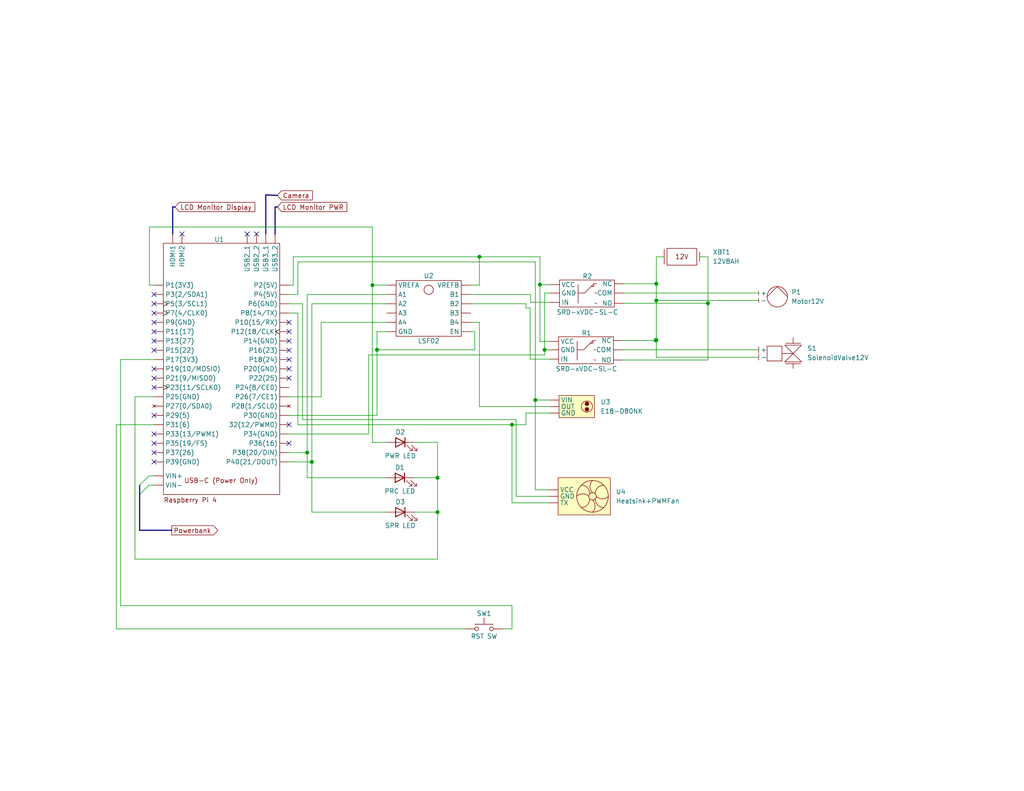
<source format=kicad_sch>
(kicad_sch (version 20211123) (generator eeschema)
  (paper "USLetter")
  (title_block (title "Map of Wirings") (date "2023-06-13") (rev "1.0") (company "There Goes Mangoes"))
  (lib_symbols
    (symbol "Battery Power and Management:12V8AH"
      (property "Reference" "XBT" (at 0 3.302 0))
      (property "Value" "12V8AH" (at 0 -3.556 0))
      (symbol "12V8AH_0_0"
        (polyline (pts (xy -4.826 2.032) (xy -4.826 -2.032)))
        (polyline (pts (xy 4.826 1.27) (xy 4.826 -1.27)))
        (text "12V" (at 0 0 0) (effects (font (size 1.27 1.27))))
      )
      (symbol "12V8AH_0_1"
        (rectangle (start -4.064 2.286) (end 4.064 -2.286))
      )
      (symbol "12V8AH_1_1"
        (pin power_out line (at 4.826 0 180) (length 0.635) hide (name "+") (number ""))
        (pin power_out line (at -4.826 0 0) (length 0.635) hide (name "-") (number ""))
      )
    )
    (symbol "Device:LED" (pin_numbers hide) (pin_names (offset 1.016) hide)
      (property "Reference" "D" (at 0 2.54 0))
      (property "Value" "LED" (at 0 -2.54 0))
      (symbol "LED_0_1"
        (polyline (pts (xy -1.27 -1.27) (xy -1.27 1.27)) (stroke (width 0.254)))
        (polyline (pts (xy -1.27 0) (xy 1.27 0)))
        (polyline (pts (xy 1.27 -1.27) (xy 1.27 1.27) (xy -1.27 0) (xy 1.27 -1.27)) (stroke (width 0.254)))
        (polyline (pts (xy -3.048 -0.762) (xy -4.572 -2.286) (xy -3.81 -2.286) (xy -4.572 -2.286) (xy -4.572 -1.524)))
        (polyline (pts (xy -1.778 -0.762) (xy -3.302 -2.286) (xy -2.54 -2.286) (xy -3.302 -2.286) (xy -3.302 -1.524)))
      )
      (symbol "LED_1_1"
        (pin passive line (at -3.81 0 0) (length 2.54) (name "K") (number "1"))
        (pin passive line (at 3.81 0 180) (length 2.54) (name "A") (number "2"))
      )
    )
    (symbol "Multilevel Voltage Converter:LSF02"
      (property "Reference" "U" (at 0 8.89 0))
      (property "Value" "LSF02" (at 0 0 90))
      (symbol "LSF02_0_1"
        (rectangle (start -8.89 7.62) (end 8.89 -7.62))
        (circle (center 0 5.08) (radius 1.27))
      )
      (symbol "LSF02_1_1"
        (pin bidirectional line (at -11.43 3.81 0) (length 2.54) (name "A1") (number ""))
        (pin bidirectional line (at -11.43 1.27 0) (length 2.54) (name "A2") (number ""))
        (pin bidirectional line (at -11.43 -1.27 0) (length 2.54) (name "A3") (number ""))
        (pin bidirectional line (at -11.43 -3.81 0) (length 2.54) (name "A4") (number ""))
        (pin bidirectional line (at 11.43 3.81 180) (length 2.54) (name "B1") (number ""))
        (pin bidirectional line (at 11.43 1.27 180) (length 2.54) (name "B2") (number ""))
        (pin bidirectional line (at 11.43 -1.27 180) (length 2.54) (name "B3") (number ""))
        (pin bidirectional line (at 11.43 -3.81 180) (length 2.54) (name "B4") (number ""))
        (pin power_in line (at 11.43 -6.35 180) (length 2.54) (name "EN") (number ""))
        (pin power_in line (at -11.43 -6.35 0) (length 2.54) (name "GND") (number ""))
        (pin power_in line (at -11.43 6.35 0) (length 2.54) (name "VREFA") (number ""))
        (pin power_in line (at 11.43 6.35 180) (length 2.54) (name "VREFB") (number ""))
      )
    )
    (symbol "Raspberry Pi 4:RPi4_Objective"
      (property "Reference" "U" (at 0 31.496 0))
      (symbol "RPi4_Objective_0_0"
        (text "Raspberry Pi 4" (at -7.874 -39.624 0) (effects (font (size 1.27 1.27))))
        (text "USB-C (Power Only)" (at 0.508 -34.29 0) (effects (font (size 1.27 1.27))))
      )
      (symbol "RPi4_Objective_0_1"
        (rectangle (start -15.24 30.48) (end 16.51 -38.1))
      )
      (symbol "RPi4_Objective_1_1"
        (pin bidirectional line (at 19.05 -19.05 180) (length 2.54) (name "32(12/PWM0)") (number ""))
        (pin output line (at -12.7 33.02 270) (length 2.54) (name "HDMI1") (number ""))
        (pin output line (at -10.16 33.02 270) (length 2.54) (name "HDMI2") (number ""))
        (pin power_out line (at -17.78 19.05 0) (length 2.54) (name "P1(3V3)") (number ""))
        (pin bidirectional line (at 19.05 8.89 180) (length 2.54) (name "P10(15/RX)") (number ""))
        (pin bidirectional line (at -17.78 6.35 0) (length 2.54) (name "P11(17)") (number ""))
        (pin bidirectional clock (at 19.05 6.35 180) (length 2.54) (name "P12(18/CLK)") (number ""))
        (pin bidirectional line (at -17.78 3.81 0) (length 2.54) (name "P13(27)") (number ""))
        (pin power_out line (at 19.05 3.81 180) (length 2.54) (name "P14(GND)") (number ""))
        (pin bidirectional line (at -17.78 1.27 0) (length 2.54) (name "P15(22)") (number ""))
        (pin bidirectional line (at 19.05 1.27 180) (length 2.54) (name "P16(23)") (number ""))
        (pin power_out line (at -17.78 -1.27 0) (length 2.54) (name "P17(3V3)") (number ""))
        (pin bidirectional line (at 19.05 -1.27 180) (length 2.54) (name "P18(24)") (number ""))
        (pin bidirectional line (at -17.78 -3.81 0) (length 2.54) (name "P19(10/MOSI0)") (number ""))
        (pin power_out line (at 19.05 19.05 180) (length 2.54) (name "P2(5V)") (number ""))
        (pin power_out line (at 19.05 -3.81 180) (length 2.54) (name "P20(GND)") (number ""))
        (pin bidirectional line (at -17.78 -6.35 0) (length 2.54) (name "P21(9/MISO0)") (number ""))
        (pin bidirectional line (at 19.05 -6.35 180) (length 2.54) (name "P22(25)") (number ""))
        (pin bidirectional clock (at -17.78 -8.89 0) (length 2.54) (name "P23(11/SCLK0)") (number ""))
        (pin bidirectional line (at 19.05 -8.89 180) (length 2.54) (name "P24(8/CE0)") (number ""))
        (pin power_out line (at -17.78 -11.43 0) (length 2.54) (name "P25(GND)") (number ""))
        (pin bidirectional line (at 19.05 -11.43 180) (length 2.54) (name "P26(7/CE1)") (number ""))
        (pin no_connect line (at -17.78 -13.97 0) (length 2.54) (name "P27(0/SDA0)") (number ""))
        (pin no_connect line (at 19.05 -13.97 180) (length 2.54) (name "P28(1/SCL0)") (number ""))
        (pin bidirectional line (at -17.78 -16.51 0) (length 2.54) (name "P29(5)") (number ""))
        (pin bidirectional line (at -17.78 16.51 0) (length 2.54) (name "P3(2/SDA1)") (number ""))
        (pin power_out line (at 19.05 -16.51 180) (length 2.54) (name "P30(GND)") (number ""))
        (pin bidirectional line (at -17.78 -19.05 0) (length 2.54) (name "P31(6)") (number ""))
        (pin bidirectional line (at -17.78 -21.59 0) (length 2.54) (name "P33(13/PWM1)") (number ""))
        (pin power_out line (at 19.05 -21.59 180) (length 2.54) (name "P34(GND)") (number ""))
        (pin bidirectional line (at -17.78 -24.13 0) (length 2.54) (name "P35(19/FS)") (number ""))
        (pin bidirectional line (at 19.05 -24.13 180) (length 2.54) (name "P36(16)") (number ""))
        (pin bidirectional line (at -17.78 -26.67 0) (length 2.54) (name "P37(26)") (number ""))
        (pin bidirectional line (at 19.05 -26.67 180) (length 2.54) (name "P38(20/DIN)") (number ""))
        (pin power_out line (at -17.78 -29.21 0) (length 2.54) (name "P39(GND)") (number ""))
        (pin power_out line (at 19.05 16.51 180) (length 2.54) (name "P4(5V)") (number ""))
        (pin bidirectional line (at 19.05 -29.21 180) (length 2.54) (name "P40(21/DOUT)") (number ""))
        (pin bidirectional clock (at -17.78 13.97 0) (length 2.54) (name "P5(3/SCL1)") (number ""))
        (pin power_out line (at 19.05 13.97 180) (length 2.54) (name "P6(GND)") (number ""))
        (pin bidirectional clock (at -17.78 11.43 0) (length 2.54) (name "P7(4/CLK0)") (number ""))
        (pin bidirectional line (at 19.05 11.43 180) (length 2.54) (name "P8(14/TX)") (number ""))
        (pin power_out line (at -17.78 8.89 0) (length 2.54) (name "P9(GND)") (number ""))
        (pin output line (at 7.62 33.02 270) (length 2.54) (name "USB2_1") (number ""))
        (pin output line (at 10.16 33.02 270) (length 2.54) (name "USB2_2") (number ""))
        (pin output line (at 12.7 33.02 270) (length 2.54) (name "USB3_1") (number ""))
        (pin output line (at 15.24 33.02 270) (length 2.54) (name "USB3_2") (number ""))
        (pin power_in line (at -17.78 -33.02 0) (length 2.54) (name "VIN+") (number ""))
        (pin power_in line (at -17.78 -35.56 0) (length 2.54) (name "VIN-") (number ""))
      )
    )
    (symbol "Sensors and Others:E18-D80NK"
      (property "Reference" "U" (at 0 4.064 0))
      (property "Value" "E18-D80NK" (at 0 -4.572 0))
      (symbol "E18-D80NK_0_1"
        (rectangle (start -5.08 3.048) (end 4.572 -3.048) (fill (type background)))
        (circle (center 2.54 -0.762) (radius 0.508) (fill (type outline)))
        (circle (center 2.54 0) (radius 1.524))
        (circle (center 2.54 0.762) (radius 0.508) (fill (type outline)))
      )
      (symbol "E18-D80NK_1_1"
        (pin power_in line (at -7.62 -1.778 0) (length 2.54) (name "GND") (number ""))
        (pin output line (at -7.62 0 0) (length 2.54) (name "OUT") (number ""))
        (pin power_in line (at -7.62 1.778 0) (length 2.54) (name "VIN") (number ""))
      )
    )
    (symbol "Sensors and Others:Heatsink+PWMFan"
      (property "Reference" "U" (at 0 6.096 0))
      (property "Value" "Heatsink+PWMFan" (at -0.254 -6.35 0))
      (symbol "Heatsink+PWMFan_0_1"
        (rectangle (start -6.858 5.08) (end 7.366 -5.08) (fill (type background)))
        (arc (start -0.508 -3.048) (mid 1.1084 -2.3784) (end 1.778 -0.762))
        (arc (start 1.524 0) (mid -0.127 3.9859) (end -1.778 0))
        (arc (start 1.778 0.762) (mid 3.3944 4.6644) (end -0.508 3.048))
        (arc (start 2.54 -4.318) (mid 3.2233 -2.667) (end 2.54 -1.016))
        (circle (center 2.54 0) (radius 1.016))
        (circle (center 2.54 0) (radius 4.318))
        (arc (start 2.54 4.318) (mid 1.8567 2.667) (end 2.54 1.016))
        (arc (start 3.302 -0.762) (mid 1.6789 -4.6711) (end 5.588 -3.048))
        (arc (start 3.556 0) (mid 5.207 -3.9859) (end 6.858 0))
        (arc (start 5.588 3.048) (mid 3.9811 2.3689) (end 3.302 0.762))
      )
      (symbol "Heatsink+PWMFan_1_1"
        (pin power_in line (at -9.398 0 0) (length 2.54) (name "GND") (number ""))
        (pin input line (at -9.398 -1.778 0) (length 2.54) (name "TX") (number ""))
        (pin power_in line (at -9.398 1.778 0) (length 2.54) (name "VCC") (number ""))
      )
    )
    (symbol "Sensors and Others:Motor12V"
      (property "Reference" "P" (at 0 3.81 0))
      (property "Value" "Motor12V" (at 0 -4.064 0))
      (symbol "Motor12V_0_1"
        (polyline (pts (xy -5.08 -0.508) (xy -5.08 -1.524)))
        (polyline (pts (xy -5.08 1.524) (xy -5.08 0.508)))
        (polyline (pts (xy -2.794 0) (xy 0 2.794) (xy 2.794 0)))
        (circle (center 0 0) (radius 2.794))
      )
      (symbol "Motor12V_1_1"
        (pin power_in line (at -5.08 1.016 0) (length 0) (name "+") (number ""))
        (pin power_in line (at -5.08 -1.016 0) (length 0) (name "-") (number ""))
      )
    )
    (symbol "Sensors and Others:SRD-xVDC-SL-C"
      (property "Reference" "R" (at 0.508 4.572 0))
      (property "Value" "SRD-xVDC-SL-C" (at 0 -5.334 0))
      (symbol "SRD-xVDC-SL-C_0_1"
        (polyline (pts (xy -2.54 2.286) (xy -2.54 -2.794)))
        (polyline (pts (xy 2.032 -2.794) (xy 2.54 -2.794)))
        (polyline (pts (xy 2.032 0) (xy 2.54 0)))
        (polyline (pts (xy 2.032 2.54) (xy 2.54 2.54)))
        (polyline (pts (xy -2.54 0) (xy -0.762 0) (xy 1.778 2.54)))
        (polyline (pts (xy 1.778 2.54) (xy 1.778 1.778) (xy 1.016 1.778) (xy 1.27 1.778)))
        (rectangle (start 7.366 3.556) (end -7.62 -3.81))
      )
      (symbol "SRD-xVDC-SL-C_1_1"
        (pin input line (at 9.906 0 180) (length 2.54) (name "COM") (number ""))
        (pin power_in line (at -10.16 0 0) (length 2.54) (name "GND") (number ""))
        (pin input line (at -10.16 -2.54 0) (length 2.54) (name "IN") (number ""))
        (pin free line (at 9.906 2.54 180) (length 2.54) (name "NC") (number ""))
        (pin free line (at 9.906 -2.794 180) (length 2.54) (name "NO") (number ""))
        (pin power_in line (at -10.16 2.286 0) (length 2.54) (name "VCC") (number ""))
      )
    )
    (symbol "Sensors and Others:SolenoidValve12V"
      (property "Reference" "S" (at 0 2.54 0))
      (property "Value" "SolenoidValve12V" (at 0.254 -6.096 0))
      (symbol "SolenoidValve12V_0_1"
        (rectangle (start -2.032 4.572) (end 2.032 0.508))
        (polyline (pts (xy -2.794 -2.54) (xy -4.064 -2.54)))
        (polyline (pts (xy -2.794 -0.508) (xy -2.794 -4.572)))
        (polyline (pts (xy -1.778 6.858) (xy -0.254 6.858)))
        (polyline (pts (xy 0 0.508) (xy 0 -2.54)))
        (polyline (pts (xy 0.254 6.858) (xy 1.778 6.858)))
        (polyline (pts (xy 2.794 -2.54) (xy 4.318 -2.54)))
        (polyline (pts (xy 2.794 -0.508) (xy 2.794 -4.572)))
        (polyline (pts (xy -2.286 -0.254) (xy 0 -2.54) (xy 2.286 -0.254) (xy 2.286 -4.826) (xy 0 -2.54) (xy -2.286 -4.826) (xy -2.286 -0.254)))
      )
      (symbol "SolenoidValve12V_1_1"
        (pin power_in line (at 1.016 6.858 270) (length 0) (name "+") (number ""))
        (pin power_in line (at -1.016 6.858 270) (length 0) (name "-") (number ""))
      )
    )
    (symbol "Switch:SW_Push" (pin_numbers hide) (pin_names (offset 1.016) hide)
      (property "Reference" "SW" (at 1.27 2.54 0))
      (property "Value" "SW_Push" (at 0 -1.524 0))
      (symbol "SW_Push_0_1"
        (circle (center -2.032 0) (radius 0.508))
        (polyline (pts (xy 0 1.27) (xy 0 3.048)))
        (polyline (pts (xy 2.54 1.27) (xy -2.54 1.27)))
        (circle (center 2.032 0) (radius 0.508))
        (pin passive line (at -5.08 0 0) (length 2.54) (name "1") (number "1"))
        (pin passive line (at 5.08 0 180) (length 2.54) (name "2") (number "2"))
      )
    )
  )
  (junction (at 179.07 77.47))
  (junction (at 179.07 92.837))
  (junction (at 139.7 115.951))
  (junction (at 102.87 95.504))
  (junction (at 193.167 82.804))
  (junction (at 148.59 95.504))
  (junction (at 147.32 77.724))
  (junction (at 85.09 126.111))
  (junction (at 178.943 92.964))
  (junction (at 179.07 82.042))
  (junction (at 101.6 77.851))
  (junction (at 119.38 139.827))
  (junction (at 146.05 109.22))
  (junction (at 119.38 130.429))
  (junction (at 178.943 92.837))
  (junction (at 130.81 70.104))
  (junction (at 83.82 123.571))
  (no_connect (at 78.867 98.171))
  (no_connect (at 42.037 105.791))
  (no_connect (at 78.867 103.251))
  (no_connect (at 49.657 63.881))
  (no_connect (at 42.037 82.931))
  (no_connect (at 42.037 85.471))
  (no_connect (at 42.037 88.011))
  (no_connect (at 42.037 121.031))
  (no_connect (at 42.037 80.391))
  (no_connect (at 42.037 95.631))
  (no_connect (at 42.037 100.711))
  (no_connect (at 78.867 100.711))
  (no_connect (at 78.867 115.951))
  (no_connect (at 42.037 118.491))
  (no_connect (at 42.037 90.551))
  (no_connect (at 42.037 126.111))
  (no_connect (at 78.867 95.631))
  (no_connect (at 69.977 63.881))
  (no_connect (at 78.867 88.011))
  (no_connect (at 78.867 90.551))
  (no_connect (at 42.037 113.411))
  (no_connect (at 42.037 103.251))
  (no_connect (at 42.037 123.571))
  (no_connect (at 78.867 121.031))
  (no_connect (at 78.867 93.091))
  (no_connect (at 42.037 93.091))
  (no_connect (at 67.437 63.881))
  (bus_entry (at 40.64 132.461) (size -2.54 2.54))
  (bus_entry (at 40.64 129.921) (size -2.54 2.54))
  (wire (pts (xy 139.7 165.354) (xy 139.7 171.704)))
  (wire (pts (xy 150.114 80.01) (xy 148.59 80.01)))
  (wire (pts (xy 179.07 70.104) (xy 179.07 77.47)))
  (wire (pts (xy 207.01 82.042) (xy 179.07 82.042)))
  (wire (pts (xy 40.64 129.921) (xy 42.037 129.921)))
  (wire (pts (xy 130.81 88.011) (xy 130.81 110.998)))
  (wire (pts (xy 143.51 84.074) (xy 144.653 84.074)))
  (wire (pts (xy 149.86 93.218) (xy 147.32 93.218)))
  (wire (pts (xy 80.01 70.104) (xy 130.81 70.104)))
  (bus (pts (xy 75.057 56.515) (xy 75.692 56.515)))
  (wire (pts (xy 143.51 115.951) (xy 139.7 115.951)))
  (wire (pts (xy 105.537 80.391) (xy 83.82 80.391)))
  (wire (pts (xy 179.07 77.47) (xy 179.07 82.042)))
  (wire (pts (xy 129.54 95.504) (xy 102.87 95.504)))
  (wire (pts (xy 144.78 82.55) (xy 150.114 82.55)))
  (wire (pts (xy 36.83 152.654) (xy 36.83 108.331)))
  (wire (pts (xy 144.78 80.391) (xy 144.78 82.55)))
  (wire (pts (xy 178.943 92.837) (xy 179.07 92.837)))
  (wire (pts (xy 83.82 80.391) (xy 83.82 123.571)))
  (wire (pts (xy 78.867 113.411) (xy 102.87 113.411)))
  (wire (pts (xy 81.28 115.951) (xy 81.28 85.471)))
  (wire (pts (xy 139.7 137.287) (xy 139.7 115.951)))
  (wire (pts (xy 32.893 98.171) (xy 32.893 165.354)))
  (wire (pts (xy 101.6 61.976) (xy 101.6 77.851)))
  (wire (pts (xy 140.843 114.554) (xy 140.843 135.509)))
  (wire (pts (xy 169.926 92.964) (xy 178.943 92.964)))
  (bus (pts (xy 72.517 53.213) (xy 72.517 63.754)))
  (wire (pts (xy 179.07 92.837) (xy 179.07 97.536)))
  (wire (pts (xy 181.229 70.104) (xy 179.07 70.104)))
  (wire (pts (xy 193.167 98.298) (xy 193.167 82.804)))
  (wire (pts (xy 130.81 77.851) (xy 130.81 70.104)))
  (bus (pts (xy 47.117 56.515) (xy 47.752 56.515)))
  (wire (pts (xy 128.397 77.851) (xy 130.81 77.851)))
  (wire (pts (xy 100.584 96.901) (xy 148.59 96.901)))
  (wire (pts (xy 140.843 135.509) (xy 149.733 135.509)))
  (wire (pts (xy 113.03 120.777) (xy 119.38 120.777)))
  (wire (pts (xy 149.733 137.287) (xy 139.7 137.287)))
  (wire (pts (xy 31.75 115.951) (xy 42.037 115.951)))
  (wire (pts (xy 100.584 118.491) (xy 100.584 96.901)))
  (wire (pts (xy 147.32 70.104) (xy 147.32 77.724)))
  (wire (pts (xy 178.943 92.964) (xy 178.943 92.837)))
  (wire (pts (xy 105.283 130.429) (xy 83.82 130.429)))
  (wire (pts (xy 78.867 118.491) (xy 100.584 118.491)))
  (wire (pts (xy 40.767 61.976) (xy 101.6 61.976)))
  (wire (pts (xy 32.893 165.354) (xy 139.7 165.354)))
  (wire (pts (xy 146.05 71.501) (xy 146.05 109.22)))
  (wire (pts (xy 148.59 96.901) (xy 148.59 95.504)))
  (wire (pts (xy 83.82 123.571) (xy 83.82 130.429)))
  (wire (pts (xy 128.397 90.551) (xy 129.54 90.551)))
  (wire (pts (xy 193.167 70.104) (xy 190.881 70.104)))
  (wire (pts (xy 82.55 114.554) (xy 140.843 114.554)))
  (wire (pts (xy 81.28 85.471) (xy 78.867 85.471)))
  (wire (pts (xy 85.09 82.931) (xy 85.09 126.111)))
  (bus (pts (xy 38.1 144.78) (xy 46.863 144.78)))
  (wire (pts (xy 42.037 98.171) (xy 32.893 98.171)))
  (wire (pts (xy 130.81 70.104) (xy 147.32 70.104)))
  (wire (pts (xy 78.867 80.391) (xy 81.28 80.391)))
  (wire (pts (xy 147.32 77.724) (xy 150.114 77.724)))
  (wire (pts (xy 139.7 171.704) (xy 137.16 171.704)))
  (wire (pts (xy 147.32 93.218) (xy 147.32 77.724)))
  (wire (pts (xy 128.397 80.391) (xy 144.78 80.391)))
  (wire (pts (xy 193.167 82.804) (xy 193.167 70.104)))
  (wire (pts (xy 81.28 80.391) (xy 81.28 71.501)))
  (wire (pts (xy 179.07 82.042) (xy 179.07 92.837)))
  (wire (pts (xy 42.037 77.851) (xy 40.767 77.851)))
  (wire (pts (xy 207.01 97.536) (xy 179.07 97.536)))
  (wire (pts (xy 148.59 80.01) (xy 148.59 95.504)))
  (wire (pts (xy 170.18 80.01) (xy 207.01 80.01)))
  (wire (pts (xy 113.03 139.827) (xy 119.38 139.827)))
  (wire (pts (xy 82.55 82.931) (xy 82.55 114.554)))
  (wire (pts (xy 127 171.704) (xy 31.75 171.704)))
  (wire (pts (xy 128.397 82.931) (xy 143.51 82.931)))
  (wire (pts (xy 78.867 82.931) (xy 82.55 82.931)))
  (wire (pts (xy 144.653 98.044) (xy 149.86 98.044)))
  (wire (pts (xy 87.63 88.011) (xy 105.537 88.011)))
  (wire (pts (xy 148.59 95.504) (xy 149.86 95.504)))
  (bus (pts (xy 75.692 53.34) (xy 72.517 53.213)))
  (wire (pts (xy 130.81 110.998) (xy 149.987 110.998)))
  (wire (pts (xy 80.01 77.851) (xy 80.01 70.104)))
  (wire (pts (xy 139.7 115.951) (xy 81.28 115.951)))
  (wire (pts (xy 170.18 77.47) (xy 179.07 77.47)))
  (wire (pts (xy 129.54 90.551) (xy 129.54 95.504)))
  (wire (pts (xy 81.28 71.501) (xy 146.05 71.501)))
  (wire (pts (xy 105.537 77.851) (xy 101.6 77.851)))
  (wire (pts (xy 101.6 77.851) (xy 101.6 120.777)))
  (bus (pts (xy 38.1 132.461) (xy 38.1 135.001)))
  (wire (pts (xy 149.733 133.731) (xy 146.05 133.731)))
  (bus (pts (xy 47.117 63.881) (xy 47.117 56.515)))
  (wire (pts (xy 78.867 123.571) (xy 83.82 123.571)))
  (wire (pts (xy 119.38 139.827) (xy 119.38 152.654)))
  (wire (pts (xy 105.41 139.827) (xy 85.09 139.827)))
  (wire (pts (xy 105.41 120.777) (xy 101.6 120.777)))
  (wire (pts (xy 170.18 82.804) (xy 193.167 82.804)))
  (wire (pts (xy 40.64 132.461) (xy 42.037 132.461)))
  (wire (pts (xy 87.63 108.331) (xy 87.63 88.011)))
  (wire (pts (xy 112.903 130.429) (xy 119.38 130.429)))
  (wire (pts (xy 146.05 109.22) (xy 146.05 133.731)))
  (wire (pts (xy 146.05 109.22) (xy 149.987 109.22)))
  (wire (pts (xy 143.51 82.931) (xy 143.51 84.074)))
  (wire (pts (xy 85.09 126.111) (xy 85.09 139.827)))
  (bus (pts (xy 38.1 135.001) (xy 38.1 144.78)))
  (wire (pts (xy 119.38 130.429) (xy 119.38 139.827)))
  (wire (pts (xy 102.87 95.504) (xy 102.87 113.411)))
  (wire (pts (xy 102.87 90.551) (xy 102.87 95.504)))
  (wire (pts (xy 102.87 90.551) (xy 105.537 90.551)))
  (wire (pts (xy 78.867 77.851) (xy 80.01 77.851)))
  (bus (pts (xy 75.057 63.881) (xy 75.057 56.515)))
  (wire (pts (xy 85.09 126.111) (xy 78.867 126.111)))
  (wire (pts (xy 105.537 82.931) (xy 85.09 82.931)))
  (wire (pts (xy 119.38 120.777) (xy 119.38 130.429)))
  (wire (pts (xy 31.75 171.704) (xy 31.75 115.951)))
  (wire (pts (xy 143.51 112.776) (xy 143.51 115.951)))
  (wire (pts (xy 40.767 77.851) (xy 40.767 61.976)))
  (wire (pts (xy 169.926 98.298) (xy 193.167 98.298)))
  (wire (pts (xy 144.653 84.074) (xy 144.653 98.044)))
  (wire (pts (xy 78.867 108.331) (xy 87.63 108.331)))
  (wire (pts (xy 169.926 95.504) (xy 207.01 95.504)))
  (wire (pts (xy 128.397 88.011) (xy 130.81 88.011)))
  (wire (pts (xy 36.83 152.654) (xy 119.38 152.654)))
  (wire (pts (xy 149.987 112.776) (xy 143.51 112.776)))
  (wire (pts (xy 36.83 108.331) (xy 42.037 108.331)))
  (global_label "Powerbank" (shape output) (at 46.863 144.78 0) (property "Intersheet References" "${INTERSHEET_REFS}" (effects hide)))
  (global_label "LCD Monitor Display" (shape input) (at 47.752 56.515 0) (property "Intersheet References" "${INTERSHEET_REFS}" (effects hide)))
  (global_label "Camera" (shape input) (at 75.692 53.34 0) (property "Intersheet References" "${INTERSHEET_REFS}" (effects hide)))
  (global_label "LCD Monitor PWR" (shape input) (at 75.692 56.515 0) (property "Intersheet References" "${INTERSHEET_REFS}" (effects hide)))
  (symbol (lib_id "Multilevel Voltage Converter:LSF02") (at 116.967 84.201 0) (unit 1)
    (property "Reference" "U2" (at 116.967 75.311 0))
    (property "Value" "LSF02" (at 116.967 93.091 0))
  )
  (symbol (lib_id "Sensors and Others:Heatsink+PWMFan") (at 159.131 135.509 0) (unit 1)
    (property "Reference" "U4" (at 168.021 134.2389 0) (effects (justify left)))
    (property "Value" "Heatsink+PWMFan" (at 168.021 136.7789 0) (effects (justify left)))
  )
  (symbol (lib_id "Battery Power and Management:12V8AH") (at 186.055 70.104 0) (unit 1)
    (property "Reference" "XBT1" (at 194.437 68.834 0) (effects (justify left)))
    (property "Value" "12V8AH" (at 194.437 71.374 0) (effects (justify left)))
  )
  (symbol (lib_id "Sensors and Others:SRD-xVDC-SL-C") (at 160.274 80.01 0) (unit 1)
    (property "Reference" "R2" (at 160.274 75.438 0))
    (property "Value" "SRD-xVDC-SL-C" (at 160.274 85.217 0))
  )
  (symbol (lib_id "Device:LED") (at 109.22 120.777 0) (mirror y) (unit 1)
    (property "Reference" "D2" (at 109.22 117.983 0))
    (property "Value" "PWR LED" (at 109.22 124.46 0))
  )
  (symbol (lib_id "Switch:SW_Push") (at 132.08 171.704 0) (unit 1)
    (property "Reference" "SW1" (at 132.08 167.513 0))
    (property "Value" "RST SW" (at 132.08 173.736 0))
  )
  (symbol (lib_id "Device:LED") (at 109.22 139.827 0) (mirror y) (unit 1)
    (property "Reference" "D3" (at 109.22 137.033 0))
    (property "Value" "SPR LED" (at 109.22 143.51 0))
  )
  (symbol (lib_id "Raspberry Pi 4:RPi4_Objective") (at 59.817 96.901 0) (unit 1)
    (property "Reference" "U1" (at 59.817 65.405 0))
    (property "Value" "RPi4_Objective" (effects hide))
  )
  (symbol (lib_id "Device:LED") (at 109.093 130.429 0) (mirror y) (unit 1)
    (property "Reference" "D1" (at 109.093 127.635 0))
    (property "Value" "PRC LED" (at 109.093 134.112 0))
  )
  (symbol (lib_id "Sensors and Others:Motor12V") (at 212.09 81.026 0) (unit 1)
    (property "Reference" "P1" (at 215.9 79.7559 0) (effects (justify left)))
    (property "Value" "Motor12V" (at 215.9 82.2959 0) (effects (justify left)))
  )
  (symbol (lib_id "Sensors and Others:E18-D80NK") (at 157.607 110.998 0) (unit 1)
    (property "Reference" "U3" (at 163.83 109.7279 0) (effects (justify left)))
    (property "Value" "E18-D80NK" (at 163.83 112.2679 0) (effects (justify left)))
  )
  (symbol (lib_id "Sensors and Others:SRD-xVDC-SL-C") (at 160.02 95.504 0) (unit 1)
    (property "Reference" "R1" (at 160.02 90.932 0))
    (property "Value" "SRD-xVDC-SL-C" (at 160.02 100.711 0))
  )
  (symbol (lib_id "Sensors and Others:SolenoidValve12V") (at 213.868 96.52 90) (unit 1)
    (property "Reference" "S1" (at 220.218 95.1229 90) (effects (justify right)))
    (property "Value" "SolenoidValve12V" (at 220.218 97.6629 90) (effects (justify right)))
  )
)
</source>
